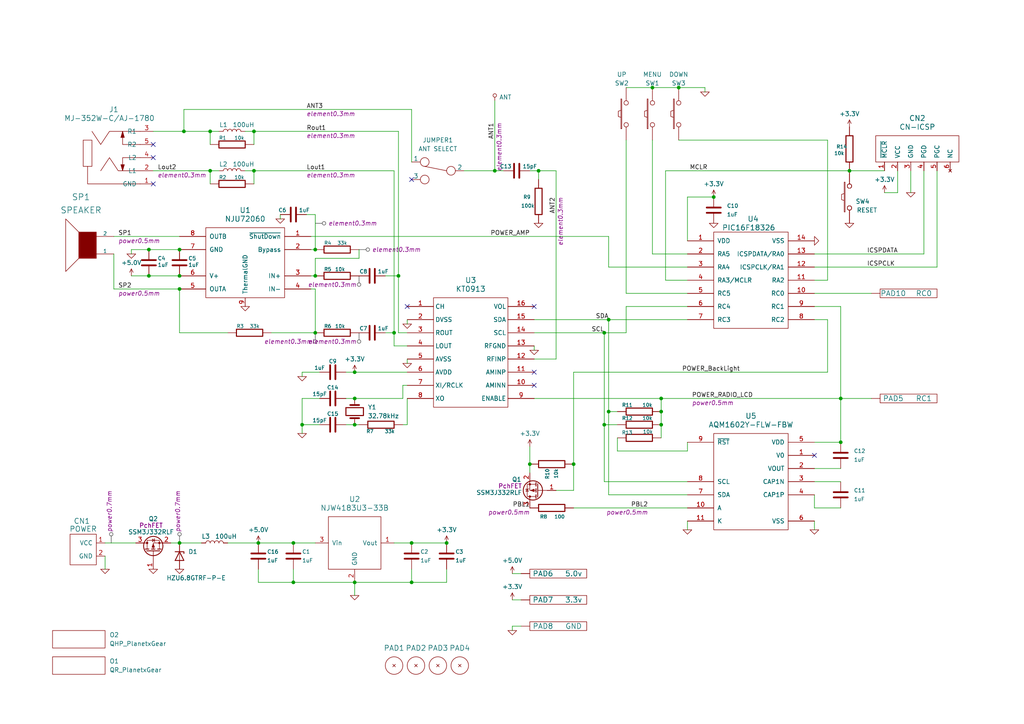
<source format=kicad_sch>
(kicad_sch (version 20230121) (generator eeschema)
  (paper "A4")
  (title_block (title "KT0913_Digital_Radio") (date "2023-10-22") (rev "0.1"))
  (lib_symbols
    (symbol "my_lib:+3.3V" (power) (pin_names (offset 0))
      (property "Value" "+3.3V" (at 0 2.794 0))
      (symbol "+3.3V_0_0"
        (pin power_in line (at 0 0 180) (length 0) hide (name "+3.3V") (number "1"))
      )
    )
    (symbol "my_lib:+5.0V" (power) (pin_names (offset 0))
      (property "Value" "+5.0V" (at 0 2.794 0))
      (symbol "+5.0V_0_0"
        (pin power_in line (at 0 0 180) (length 0) hide (name "+5.0V") (number "1"))
      )
    )
    (symbol "my_lib:ANT" (pin_names (offset 0))
      (property "Value" "ANT" (at 6.35 6.985 0))
      (symbol "ANT_1_0"
        (pin passive line (at 0 0 180) (length 0) hide (name "ANT") (number "1"))
      )
    )
    (symbol "my_lib:C" (pin_numbers hide) (pin_names (offset 0.254))
      (property "Reference" "C" (at 0 2.54 0))
      (property "Value" "C" (at 0.1524 -2.159 0))
      (symbol "C_1_1"
        (pin passive line (at 0 3.81 270) (length 3.048) (name "~") (number "1"))
        (pin passive line (at 0 -3.81 90) (length 3.048) (name "~") (number "2"))
      )
    )
    (symbol "my_lib:CN-1" (pin_numbers hide) (pin_names (offset 1.016) hide)
      (property "Reference" "PAD" (at -24.13 0 0))
      (property "Value" "CN-1" (at -19.05 0 0))
      (symbol "CN-1_1_1"
        (pin passive line (at 0 0 180) (length 2.54) (name "P") (number "1"))
      )
    )
    (symbol "my_lib:CN-ICSP" (pin_names (offset 1.016))
      (property "Reference" "CN" (at -3.81 11.43 0))
      (property "Value" "CN-ICSP" (at -3.81 -15.24 0))
      (symbol "CN-ICSP_1_1"
        (pin passive line (at 2.54 7.62 180) (length 2.54) (name "~{MCLR}") (number "1"))
        (pin power_in line (at 2.54 3.81 180) (length 2.54) (name "VCC") (number "2"))
        (pin power_in line (at 2.54 0 180) (length 2.54) (name "GND") (number "3"))
        (pin passive line (at 2.54 -3.81 180) (length 2.54) (name "PGD") (number "4"))
        (pin passive line (at 2.54 -7.62 180) (length 2.54) (name "PGC") (number "5"))
        (pin no_connect line (at 2.54 -11.43 180) (length 2.54) (name "NC") (number "6"))
      )
    )
    (symbol "my_lib:CN-POWER" (pin_names (offset 1.016))
      (property "Reference" "CN" (at -3.81 3.81 0))
      (property "Value" "CN-POWER" (at -3.81 -7.62 0))
      (symbol "CN-POWER_1_1"
        (pin power_out line (at 2.54 0 180) (length 2.54) (name "VCC") (number "1"))
        (pin power_out line (at 2.54 -3.81 180) (length 2.54) (name "GND") (number "2"))
      )
    )
    (symbol "my_lib:Crystal" (pin_numbers hide) (pin_names (offset 1.016) hide)
      (property "Reference" "Y" (at 0 3.81 0))
      (property "Value" "Crystal" (at 0 -3.81 0))
      (symbol "Crystal_1_1"
        (pin passive line (at -3.81 0 0) (length 1.27) (name "1") (number "1"))
        (pin passive line (at 3.81 0 180) (length 1.27) (name "2") (number "2"))
      )
    )
    (symbol "my_lib:D_Zener" (pin_numbers hide) (pin_names (offset 1.016) hide)
      (property "Reference" "D" (at 0 2.54 0))
      (property "Value" "D_Zener" (at 0 -2.54 0))
      (symbol "D_Zener_1_1"
        (pin passive line (at -3.81 0 0) (length 2.54) (name "K") (number "1"))
        (pin passive line (at 3.81 0 180) (length 2.54) (name "A") (number "2"))
      )
    )
    (symbol "my_lib:GND" (power) (pin_names (offset 0))
      (symbol "GND_1_1"
        (pin power_in line (at 0 0 90) (length 0) hide (name "GND") (number "1"))
      )
    )
    (symbol "my_lib:Jack_EarPhone" (pin_names (offset 1.016))
      (property "Reference" "J" (at 0 16.51 0))
      (property "Value" "Jack_EarPhone" (at 0 13.97 0))
      (symbol "Jack_EarPhone_1_1"
        (pin passive line (at 11.43 7.62 180) (length 3.81) (name "GND") (number "1"))
        (pin passive line (at 11.43 3.81 180) (length 3.81) (name "L1") (number "2"))
        (pin passive line (at 11.43 -7.62 180) (length 3.81) (name "R1") (number "3"))
        (pin passive line (at 11.43 0 180) (length 3.81) (name "L2") (number "4"))
        (pin passive line (at 11.43 -3.81 180) (length 3.81) (name "R2") (number "5"))
      )
    )
    (symbol "my_lib:KT0913"
      (property "Reference" "U" (at 0 15.24 0))
      (property "Value" "KT0913" (at 0 12.7 0))
      (symbol "KT0913_1_1"
        (pin passive line (at -19.05 11.43 0) (length 7.62) (name "CH") (number "1"))
        (pin passive line (at 17.78 -11.43 180) (length 7.62) (name "AMINN") (number "10"))
        (pin passive line (at 17.78 -7.62 180) (length 7.62) (name "AMINP") (number "11"))
        (pin passive line (at 17.78 -3.81 180) (length 7.62) (name "RFINP") (number "12"))
        (pin passive line (at 17.78 0 180) (length 7.62) (name "RFGND") (number "13"))
        (pin bidirectional line (at 17.78 3.81 180) (length 7.62) (name "SCL") (number "14"))
        (pin bidirectional line (at 17.78 7.62 180) (length 7.62) (name "SDA") (number "15"))
        (pin passive line (at 17.78 11.43 180) (length 7.62) (name "VOL") (number "16"))
        (pin power_in line (at -19.05 7.62 0) (length 7.62) (name "DVSS") (number "2"))
        (pin output line (at -19.05 3.81 0) (length 7.62) (name "ROUT") (number "3"))
        (pin output line (at -19.05 0 0) (length 7.62) (name "LOUT") (number "4"))
        (pin power_in line (at -19.05 -3.81 0) (length 7.62) (name "AVSS") (number "5"))
        (pin power_in line (at -19.05 -7.62 0) (length 7.62) (name "AVDD") (number "6"))
        (pin passive line (at -19.05 -11.43 0) (length 7.62) (name "XI/RCLK") (number "7"))
        (pin passive line (at -19.05 -15.24 0) (length 7.62) (name "XO") (number "8"))
        (pin passive line (at 17.78 -15.24 180) (length 7.62) (name "ENABLE") (number "9"))
      )
    )
    (symbol "my_lib:L" (pin_numbers hide) (pin_names (offset 1.016) hide)
      (property "Reference" "L" (at -1.27 0 90))
      (property "Value" "L" (at 1.905 0 90))
      (symbol "L_1_1"
        (pin passive line (at 0 3.81 270) (length 1.27) (name "1") (number "1"))
        (pin passive line (at 0 -3.81 90) (length 1.27) (name "2") (number "2"))
      )
    )
    (symbol "my_lib:LCD_I2C_AQM1602Y-FLW-FBW" (pin_names (offset 1.016))
      (property "Reference" "U" (at -1.27 15.24 0))
      (property "Value" "AQM1602Y-FLW-FBW" (at 0 -16.51 0))
      (symbol "LCD_I2C_AQM1602Y-FLW-FBW_1_1"
        (pin power_in line (at 17.78 7.62 180) (length 7.62) (name "V0") (number "1"))
        (pin input line (at -19.05 -7.62 0) (length 7.62) (name "A") (number "10"))
        (pin input line (at -19.05 -11.43 0) (length 7.62) (name "K") (number "11"))
        (pin output line (at 17.78 3.81 180) (length 7.62) (name "VOUT") (number "2"))
        (pin passive line (at 17.78 0 180) (length 7.62) (name "CAP1N") (number "3"))
        (pin passive line (at 17.78 -3.81 180) (length 7.62) (name "CAP1P") (number "4"))
        (pin power_in line (at 17.78 11.43 180) (length 7.62) (name "VDD") (number "5"))
        (pin power_in line (at 17.78 -11.43 180) (length 7.62) (name "VSS") (number "6"))
        (pin bidirectional line (at -19.05 -3.81 0) (length 7.62) (name "SDA") (number "7"))
        (pin bidirectional line (at -19.05 0 0) (length 7.62) (name "SCL") (number "8"))
        (pin input line (at -19.05 11.43 0) (length 7.62) (name "~{RST}") (number "9"))
      )
      (symbol "LCD_I2C_AQM1602Y-FLW-FBW_1_2"
        (pin bidirectional line (at -19.05 11.43 0) (length 7.62) (name "SDA") (number "1"))
        (pin input line (at 17.78 0 180) (length 7.62) (name "VSS") (number "11"))
        (pin power_in line (at 17.78 11.43 180) (length 7.62) (name "VDD") (number "14"))
        (pin bidirectional line (at -19.05 7.62 0) (length 7.62) (name "SCL") (number "2"))
        (pin output line (at -19.05 -3.81 0) (length 7.62) (name "VOUT") (number "5"))
        (pin passive line (at -19.05 -7.62 0) (length 7.62) (name "CAP-1N") (number "6"))
        (pin passive line (at -19.05 -11.43 0) (length 7.62) (name "CAP+1P") (number "7"))
        (pin input line (at 17.78 -11.43 180) (length 7.62) (name "~{RST}") (number "8"))
        (pin input line (at -19.05 0 0) (length 5.08) (name "NC") (number "9"))
      )
    )
    (symbol "my_lib:NJU72060" (pin_names (offset 1.016))
      (property "Reference" "U" (at 0 13.97 0))
      (property "Value" "NJU72060" (at 0 11.43 0))
      (symbol "NJU72060_1_1"
        (pin passive line (at -19.05 7.62 0) (length 7.62) (name "~{ShutDown}") (number "1"))
        (pin passive line (at -19.05 3.81 0) (length 7.62) (name "Bypass") (number "2"))
        (pin input line (at -19.05 -3.81 0) (length 7.62) (name "IN+") (number "3"))
        (pin input line (at -19.05 -7.62 0) (length 7.62) (name "IN-") (number "4"))
        (pin output line (at 19.05 -7.62 180) (length 7.62) (name "OUTA") (number "5"))
        (pin power_in line (at 19.05 -3.81 180) (length 7.62) (name "V+") (number "6"))
        (pin power_in line (at 19.05 3.81 180) (length 7.62) (name "GND") (number "7"))
        (pin output line (at 19.05 7.62 180) (length 7.62) (name "OUTB") (number "8"))
        (pin power_in line (at 0 -12.7 90) (length 2.54) (name "ThermalGND") (number "9"))
      )
      (symbol "NJU72060_1_2"
        (pin power_in line (at -19.05 12.7 0) (length 7.62) (name "VDD") (number "1"))
        (pin bidirectional line (at -19.05 5.08 0) (length 7.62) (name "RA5") (number "2"))
        (pin bidirectional line (at -19.05 -5.08 0) (length 7.62) (name "RA4") (number "3"))
        (pin bidirectional line (at -19.05 -12.7 0) (length 7.62) (name "RA3/MCLR/Vpp") (number "4"))
        (pin bidirectional line (at 17.78 -12.7 180) (length 7.62) (name "RA2") (number "5"))
        (pin bidirectional line (at 17.78 -5.08 180) (length 7.62) (name "ICSPCLK/RA1") (number "6"))
        (pin bidirectional line (at 17.78 5.08 180) (length 7.62) (name "ICSPDAT/RA0") (number "7"))
        (pin power_in line (at 17.78 12.7 180) (length 7.62) (name "VSS") (number "8"))
      )
    )
    (symbol "my_lib:NJW4183U3-33B" (pin_names (offset 1.016))
      (property "Reference" "U" (at 0 11.43 0))
      (property "Value" "NJW4183U3-33B" (at 0 8.89 0))
      (symbol "NJW4183U3-33B_1_1"
        (pin power_out line (at 11.43 0 180) (length 3.81) (name "Vout") (number "1"))
        (pin power_in line (at 0 -11.43 90) (length 3.81) (name "GND") (number "2"))
        (pin power_in line (at -11.43 0 0) (length 3.81) (name "Vin") (number "3"))
      )
    )
    (symbol "my_lib:PAD" (pin_numbers hide) (pin_names (offset 1.016) hide)
      (property "Reference" "PAD" (at 0 3.81 0))
      (symbol "PAD_1_1"
        (pin no_connect line (at 0 0 180) (length 0) (name "~") (number "1"))
      )
    )
    (symbol "my_lib:PIC16F18326" (pin_names (offset 1.016))
      (property "Reference" "U" (at -1.27 15.24 0))
      (property "Value" "PIC16F18326" (at 0 -16.51 0))
      (symbol "PIC16F18326_1_1"
        (pin power_in line (at -19.05 11.43 0) (length 7.62) (name "VDD") (number "1"))
        (pin bidirectional line (at 17.78 -3.81 180) (length 7.62) (name "RC0") (number "10"))
        (pin bidirectional line (at 17.78 0 180) (length 7.62) (name "RA2") (number "11"))
        (pin bidirectional line (at 17.78 3.81 180) (length 7.62) (name "ICSPCLK/RA1") (number "12"))
        (pin bidirectional line (at 17.78 7.62 180) (length 7.62) (name "ICSPDATA/RA0") (number "13"))
        (pin power_in line (at 17.78 11.43 180) (length 7.62) (name "VSS") (number "14"))
        (pin bidirectional line (at -19.05 7.62 0) (length 7.62) (name "RA5") (number "2"))
        (pin bidirectional line (at -19.05 3.81 0) (length 7.62) (name "RA4") (number "3"))
        (pin bidirectional line (at -19.05 0 0) (length 7.62) (name "RA3/MCLR") (number "4"))
        (pin bidirectional line (at -19.05 -3.81 0) (length 7.62) (name "RC5") (number "5"))
        (pin bidirectional line (at -19.05 -7.62 0) (length 7.62) (name "RC4") (number "6"))
        (pin bidirectional line (at -19.05 -11.43 0) (length 7.62) (name "RC3") (number "7"))
        (pin bidirectional line (at 17.78 -11.43 180) (length 7.62) (name "RC2") (number "8"))
        (pin bidirectional line (at 17.78 -7.62 180) (length 7.62) (name "RC1") (number "9"))
      )
      (symbol "PIC16F18326_1_2"
        (pin power_in line (at -19.05 11.43 0) (length 7.62) (name "VDD") (number "1"))
        (pin bidirectional line (at 17.78 -3.81 180) (length 7.62) (name "RC0") (number "10"))
        (pin bidirectional line (at 17.78 0 180) (length 7.62) (name "RA2") (number "11"))
        (pin bidirectional line (at 17.78 3.81 180) (length 7.62) (name "ICSPCLK/RA1") (number "12"))
        (pin bidirectional line (at 17.78 7.62 180) (length 7.62) (name "ICSPDATA/RA0") (number "13"))
        (pin power_in line (at 17.78 11.43 180) (length 7.62) (name "VSS") (number "14"))
        (pin bidirectional line (at -19.05 7.62 0) (length 7.62) (name "RA5") (number "2"))
        (pin bidirectional line (at -19.05 3.81 0) (length 7.62) (name "RA4") (number "3"))
        (pin bidirectional line (at -19.05 0 0) (length 7.62) (name "RA3/MCLR") (number "4"))
        (pin bidirectional line (at -19.05 -3.81 0) (length 7.62) (name "RC5") (number "5"))
        (pin bidirectional line (at -19.05 -7.62 0) (length 7.62) (name "RC4") (number "6"))
        (pin bidirectional line (at -19.05 -11.43 0) (length 7.62) (name "RC3") (number "7"))
        (pin bidirectional line (at 17.78 -11.43 180) (length 7.62) (name "RC2") (number "8"))
        (pin bidirectional line (at 17.78 -7.62 180) (length 7.62) (name "RC1") (number "9"))
      )
    )
    (symbol "my_lib:QHP_PlanetxGear" (pin_names (offset 1.016))
      (property "Reference" "O" (at 0 1.27 0))
      (property "Value" "QHP_PlanetxGear" (at 0 -1.27 0))
    )
    (symbol "my_lib:QR_PlanetxGear" (pin_names (offset 1.016))
      (property "Reference" "O" (at 0 1.27 0))
      (property "Value" "QR_PlanetxGear" (at 0 -1.27 0))
    )
    (symbol "my_lib:Q_PMOS_GSD_2" (pin_names (offset 0) hide)
      (property "Reference" "Q" (at 5.08 1.27 0))
      (property "Value" "Q_PMOS_GSD" (at 5.08 -1.27 0))
      (symbol "Q_PMOS_GSD_2_1_1"
        (pin input line (at -5.08 0 0) (length 2.54) (name "G") (number "1"))
        (pin passive line (at 2.54 -5.08 90) (length 2.54) (name "S") (number "2"))
        (pin passive line (at 2.54 5.08 270) (length 2.54) (name "D") (number "3"))
      )
    )
    (symbol "my_lib:R" (pin_numbers hide) (pin_names (offset 0))
      (property "Reference" "R" (at -2.54 0 90))
      (property "Value" "R" (at 0 0 90))
      (symbol "R_1_1"
        (pin passive line (at 0 -6.35 90) (length 2.54) (name "~") (number "1"))
        (pin passive line (at 0 6.35 270) (length 2.54) (name "~") (number "2"))
      )
    )
    (symbol "my_lib:SPEAKER" (pin_numbers hide) (pin_names (offset 0))
      (property "Reference" "SP" (at -2.54 6.35 0))
      (property "Value" "SPEAKER" (at -2.54 -6.35 0))
      (symbol "SPEAKER_1_1"
        (pin passive line (at -7.62 2.54 0) (length 5.08) (name "1") (number "1"))
        (pin passive line (at -7.62 -2.54 0) (length 5.08) (name "2") (number "2"))
      )
    )
    (symbol "my_lib:SWITCH_INV_small2" (pin_numbers hide) (pin_names (offset 0))
      (property "Reference" "SW" (at -5.08 3.81 0))
      (property "Value" "SWITCH_INV" (at -3.81 -3.81 0))
      (symbol "SWITCH_INV_small2_1_1"
        (pin passive line (at 7.62 2.54 180) (length 2.54) (name "1") (number "1"))
        (pin passive line (at -7.62 0 0) (length 2.54) (name "2") (number "2"))
        (pin passive line (at 7.62 -2.54 180) (length 2.54) (name "3") (number "3"))
      )
    )
    (symbol "my_lib:SW_PUSH" (pin_numbers hide) (pin_names (offset 1.016) hide)
      (property "Reference" "SW" (at 3.81 2.794 0))
      (property "Value" "SW_PUSH" (at 0 -2.032 0))
      (symbol "SW_PUSH_0_1"
        (pin passive inverted (at -7.62 0 0) (length 5.08) (name "1") (number "1"))
        (pin passive inverted (at 7.62 0 180) (length 5.08) (name "2") (number "2"))
      )
    )
  )
  (junction (at 43.18 72.39))
  (junction (at 196.85 25.4))
  (junction (at 102.87 168.91))
  (junction (at 73.66 49.53))
  (junction (at 176.53 119.38))
  (junction (at 114.3 96.52))
  (junction (at 243.84 128.27))
  (junction (at 153.67 134.62))
  (junction (at 175.26 123.19))
  (junction (at 85.09 157.48))
  (junction (at 73.66 38.1))
  (junction (at 156.21 49.53))
  (junction (at 91.44 80.01))
  (junction (at 60.96 38.1))
  (junction (at 191.77 119.38))
  (junction (at 52.07 83.82))
  (junction (at 119.38 157.48))
  (junction (at 129.54 157.48))
  (junction (at 53.34 38.1))
  (junction (at 176.53 92.71))
  (junction (at 191.77 123.19))
  (junction (at 43.18 80.01))
  (junction (at 143.51 49.53))
  (junction (at 102.87 107.95))
  (junction (at 60.96 49.53))
  (junction (at 207.01 57.15))
  (junction (at 91.44 96.52))
  (junction (at 52.07 157.48))
  (junction (at 74.93 157.48))
  (junction (at 189.23 25.4))
  (junction (at 87.63 123.19))
  (junction (at 52.07 80.01))
  (junction (at 246.38 49.53))
  (junction (at 52.07 72.39))
  (junction (at 91.44 72.39))
  (junction (at 243.84 115.57))
  (junction (at 175.26 96.52))
  (junction (at 119.38 168.91))
  (junction (at 102.87 123.19))
  (junction (at 191.77 115.57))
  (junction (at 166.37 134.62))
  (junction (at 102.87 115.57))
  (junction (at 85.09 168.91))
  (junction (at 115.57 80.01))
  (no_connect (at 44.45 53.34))
  (no_connect (at 119.38 52.07))
  (no_connect (at 154.94 88.9))
  (no_connect (at 44.45 45.72))
  (no_connect (at 118.11 88.9))
  (no_connect (at 154.94 107.95))
  (no_connect (at 44.45 41.91))
  (no_connect (at 236.22 132.08))
  (no_connect (at 154.94 111.76))
  (wire (pts (xy 60.96 38.1) (xy 63.5 38.1)))
  (wire (pts (xy 74.93 157.48) (xy 85.09 157.48)))
  (wire (pts (xy 181.61 40.64) (xy 181.61 85.09)))
  (wire (pts (xy 102.87 107.95) (xy 118.11 107.95)))
  (wire (pts (xy 154.94 92.71) (xy 176.53 92.71)))
  (wire (pts (xy 116.84 123.19) (xy 118.11 123.19)))
  (wire (pts (xy 236.22 73.66) (xy 267.97 73.66)))
  (wire (pts (xy 236.22 139.7) (xy 243.84 139.7)))
  (wire (pts (xy 240.03 92.71) (xy 240.03 107.95)))
  (wire (pts (xy 38.1 73.66) (xy 38.1 72.39)))
  (wire (pts (xy 85.09 165.1) (xy 85.09 168.91)))
  (wire (pts (xy 196.85 25.4) (xy 204.47 25.4)))
  (wire (pts (xy 111.76 80.01) (xy 115.57 80.01)))
  (wire (pts (xy 153.67 49.53) (xy 156.21 49.53)))
  (wire (pts (xy 119.38 157.48) (xy 129.54 157.48)))
  (wire (pts (xy 116.84 111.76) (xy 118.11 111.76)))
  (wire (pts (xy 74.93 168.91) (xy 85.09 168.91)))
  (wire (pts (xy 166.37 107.95) (xy 166.37 134.62)))
  (wire (pts (xy 53.34 31.75) (xy 53.34 38.1)))
  (wire (pts (xy 260.35 49.53) (xy 260.35 55.88)))
  (wire (pts (xy 271.78 49.53) (xy 271.78 77.47)))
  (wire (pts (xy 236.22 128.27) (xy 243.84 128.27)))
  (wire (pts (xy 114.3 96.52) (xy 114.3 100.33)))
  (wire (pts (xy 176.53 92.71) (xy 176.53 119.38)))
  (wire (pts (xy 161.29 142.24) (xy 166.37 142.24)))
  (wire (pts (xy 156.21 49.53) (xy 156.21 52.07)))
  (wire (pts (xy 236.22 77.47) (xy 271.78 77.47)))
  (wire (pts (xy 73.66 49.53) (xy 73.66 53.34)))
  (wire (pts (xy 175.26 139.7) (xy 199.39 139.7)))
  (wire (pts (xy 153.67 129.54) (xy 153.67 134.62)))
  (wire (pts (xy 193.04 81.28) (xy 199.39 81.28)))
  (wire (pts (xy 118.11 104.14) (xy 118.11 105.41)))
  (wire (pts (xy 176.53 143.51) (xy 199.39 143.51)))
  (wire (pts (xy 236.22 135.89) (xy 243.84 135.89)))
  (wire (pts (xy 87.63 109.22) (xy 87.63 107.95)))
  (wire (pts (xy 243.84 88.9) (xy 243.84 115.57)))
  (wire (pts (xy 88.9 62.23) (xy 91.44 62.23)))
  (wire (pts (xy 176.53 119.38) (xy 179.07 119.38)))
  (wire (pts (xy 154.94 115.57) (xy 191.77 115.57)))
  (wire (pts (xy 151.13 181.61) (xy 148.59 181.61)))
  (wire (pts (xy 66.04 96.52) (xy 52.07 96.52)))
  (wire (pts (xy 111.76 96.52) (xy 114.3 96.52)))
  (wire (pts (xy 38.1 72.39) (xy 43.18 72.39)))
  (wire (pts (xy 134.62 49.53) (xy 143.51 49.53)))
  (wire (pts (xy 100.33 123.19) (xy 102.87 123.19)))
  (wire (pts (xy 179.07 130.81) (xy 179.07 127)))
  (wire (pts (xy 189.23 25.4) (xy 196.85 25.4)))
  (wire (pts (xy 53.34 38.1) (xy 60.96 38.1)))
  (wire (pts (xy 73.66 49.53) (xy 114.3 49.53)))
  (wire (pts (xy 87.63 123.19) (xy 92.71 123.19)))
  (wire (pts (xy 148.59 173.99) (xy 151.13 173.99)))
  (wire (pts (xy 90.17 80.01) (xy 91.44 80.01)))
  (wire (pts (xy 116.84 111.76) (xy 116.84 115.57)))
  (wire (pts (xy 204.47 25.4) (xy 204.47 26.67)))
  (wire (pts (xy 236.22 151.13) (xy 236.22 153.67)))
  (wire (pts (xy 71.12 49.53) (xy 73.66 49.53)))
  (wire (pts (xy 176.53 92.71) (xy 199.39 92.71)))
  (wire (pts (xy 52.07 157.48) (xy 58.42 157.48)))
  (wire (pts (xy 161.29 104.14) (xy 154.94 104.14)))
  (wire (pts (xy 175.26 123.19) (xy 175.26 139.7)))
  (wire (pts (xy 102.87 168.91) (xy 119.38 168.91)))
  (wire (pts (xy 119.38 31.75) (xy 53.34 31.75)))
  (wire (pts (xy 60.96 53.34) (xy 60.96 49.53)))
  (wire (pts (xy 115.57 96.52) (xy 118.11 96.52)))
  (wire (pts (xy 114.3 49.53) (xy 114.3 96.52)))
  (wire (pts (xy 246.38 49.53) (xy 256.54 49.53)))
  (wire (pts (xy 33.02 73.66) (xy 33.02 83.82)))
  (wire (pts (xy 91.44 74.93) (xy 91.44 80.01)))
  (wire (pts (xy 175.26 123.19) (xy 179.07 123.19)))
  (wire (pts (xy 191.77 115.57) (xy 191.77 119.38)))
  (wire (pts (xy 199.39 130.81) (xy 179.07 130.81)))
  (wire (pts (xy 73.66 38.1) (xy 115.57 38.1)))
  (wire (pts (xy 87.63 107.95) (xy 92.71 107.95)))
  (wire (pts (xy 199.39 151.13) (xy 199.39 153.67)))
  (wire (pts (xy 236.22 85.09) (xy 252.73 85.09)))
  (wire (pts (xy 92.71 115.57) (xy 87.63 115.57)))
  (wire (pts (xy 49.53 157.48) (xy 52.07 157.48)))
  (wire (pts (xy 74.93 165.1) (xy 74.93 168.91)))
  (wire (pts (xy 260.35 55.88) (xy 256.54 55.88)))
  (wire (pts (xy 38.1 80.01) (xy 43.18 80.01)))
  (wire (pts (xy 102.87 123.19) (xy 104.14 123.19)))
  (wire (pts (xy 176.53 68.58) (xy 176.53 77.47)))
  (wire (pts (xy 166.37 107.95) (xy 240.03 107.95)))
  (wire (pts (xy 100.33 115.57) (xy 102.87 115.57)))
  (wire (pts (xy 114.3 100.33) (xy 118.11 100.33)))
  (wire (pts (xy 243.84 115.57) (xy 243.84 128.27)))
  (wire (pts (xy 199.39 69.85) (xy 199.39 57.15)))
  (wire (pts (xy 236.22 92.71) (xy 240.03 92.71)))
  (wire (pts (xy 154.94 96.52) (xy 175.26 96.52)))
  (wire (pts (xy 267.97 49.53) (xy 267.97 73.66)))
  (wire (pts (xy 264.16 49.53) (xy 264.16 55.88)))
  (wire (pts (xy 43.18 72.39) (xy 52.07 72.39)))
  (wire (pts (xy 71.12 38.1) (xy 73.66 38.1)))
  (wire (pts (xy 193.04 49.53) (xy 193.04 81.28)))
  (wire (pts (xy 115.57 80.01) (xy 115.57 96.52)))
  (wire (pts (xy 90.17 83.82) (xy 91.44 83.82)))
  (wire (pts (xy 115.57 38.1) (xy 115.57 80.01)))
  (wire (pts (xy 148.59 181.61) (xy 148.59 182.88)))
  (wire (pts (xy 119.38 168.91) (xy 129.54 168.91)))
  (wire (pts (xy 119.38 168.91) (xy 119.38 165.1)))
  (wire (pts (xy 161.29 49.53) (xy 161.29 104.14)))
  (wire (pts (xy 166.37 142.24) (xy 166.37 134.62)))
  (wire (pts (xy 43.18 80.01) (xy 52.07 80.01)))
  (wire (pts (xy 87.63 115.57) (xy 87.63 123.19)))
  (wire (pts (xy 66.04 157.48) (xy 74.93 157.48)))
  (wire (pts (xy 181.61 88.9) (xy 199.39 88.9)))
  (wire (pts (xy 153.67 134.62) (xy 153.67 137.16)))
  (wire (pts (xy 44.45 38.1) (xy 53.34 38.1)))
  (wire (pts (xy 33.02 68.58) (xy 52.07 68.58)))
  (wire (pts (xy 85.09 157.48) (xy 91.44 157.48)))
  (wire (pts (xy 30.48 161.29) (xy 30.48 165.1)))
  (wire (pts (xy 100.33 107.95) (xy 102.87 107.95)))
  (wire (pts (xy 102.87 168.91) (xy 102.87 172.72)))
  (wire (pts (xy 91.44 74.93) (xy 104.14 74.93)))
  (wire (pts (xy 175.26 96.52) (xy 175.26 123.19)))
  (wire (pts (xy 240.03 81.28) (xy 236.22 81.28)))
  (wire (pts (xy 193.04 49.53) (xy 246.38 49.53)))
  (wire (pts (xy 119.38 46.99) (xy 119.38 31.75)))
  (wire (pts (xy 85.09 168.91) (xy 102.87 168.91)))
  (wire (pts (xy 199.39 57.15) (xy 207.01 57.15)))
  (wire (pts (xy 102.87 115.57) (xy 116.84 115.57)))
  (wire (pts (xy 90.17 72.39) (xy 91.44 72.39)))
  (wire (pts (xy 143.51 49.53) (xy 146.05 49.53)))
  (wire (pts (xy 73.66 38.1) (xy 73.66 41.91)))
  (wire (pts (xy 91.44 72.39) (xy 91.44 62.23)))
  (wire (pts (xy 181.61 25.4) (xy 189.23 25.4)))
  (wire (pts (xy 87.63 123.19) (xy 87.63 125.73)))
  (wire (pts (xy 191.77 123.19) (xy 191.77 127)))
  (wire (pts (xy 118.11 92.71) (xy 118.11 93.98)))
  (wire (pts (xy 156.21 49.53) (xy 161.29 49.53)))
  (wire (pts (xy 176.53 119.38) (xy 176.53 143.51)))
  (wire (pts (xy 236.22 147.32) (xy 243.84 147.32)))
  (wire (pts (xy 191.77 115.57) (xy 243.84 115.57)))
  (wire (pts (xy 154.94 100.33) (xy 154.94 101.6)))
  (wire (pts (xy 129.54 165.1) (xy 129.54 168.91)))
  (wire (pts (xy 114.3 157.48) (xy 119.38 157.48)))
  (wire (pts (xy 148.59 166.37) (xy 151.13 166.37)))
  (wire (pts (xy 196.85 40.64) (xy 240.03 40.64)))
  (wire (pts (xy 236.22 143.51) (xy 236.22 147.32)))
  (wire (pts (xy 176.53 77.47) (xy 199.39 77.47)))
  (wire (pts (xy 52.07 83.82) (xy 52.07 96.52)))
  (wire (pts (xy 143.51 29.21) (xy 143.51 49.53)))
  (wire (pts (xy 243.84 115.57) (xy 252.73 115.57)))
  (wire (pts (xy 91.44 83.82) (xy 91.44 96.52)))
  (wire (pts (xy 104.14 74.93) (xy 104.14 72.39)))
  (wire (pts (xy 118.11 115.57) (xy 118.11 123.19)))
  (wire (pts (xy 60.96 49.53) (xy 63.5 49.53)))
  (wire (pts (xy 81.28 62.23) (xy 81.28 63.5)))
  (wire (pts (xy 78.74 96.52) (xy 91.44 96.52)))
  (wire (pts (xy 44.45 49.53) (xy 60.96 49.53)))
  (wire (pts (xy 166.37 147.32) (xy 199.39 147.32)))
  (wire (pts (xy 33.02 83.82) (xy 52.07 83.82)))
  (wire (pts (xy 175.26 96.52) (xy 181.61 96.52)))
  (wire (pts (xy 240.03 40.64) (xy 240.03 81.28)))
  (wire (pts (xy 90.17 68.58) (xy 176.53 68.58)))
  (wire (pts (xy 181.61 85.09) (xy 199.39 85.09)))
  (wire (pts (xy 236.22 88.9) (xy 243.84 88.9)))
  (wire (pts (xy 181.61 96.52) (xy 181.61 88.9)))
  (wire (pts (xy 189.23 40.64) (xy 189.23 73.66)))
  (wire (pts (xy 199.39 128.27) (xy 199.39 130.81)))
  (wire (pts (xy 189.23 73.66) (xy 199.39 73.66)))
  (wire (pts (xy 191.77 119.38) (xy 191.77 123.19)))
  (wire (pts (xy 30.48 157.48) (xy 39.37 157.48)))
  (wire (pts (xy 60.96 38.1) (xy 60.96 41.91)))
  (label "ANT1" (at 143.51 35.56 270) (property "Netclass" "element0.3mm" (at 144.78 35.56 90) (effects (font italic) (justify right))))
  (label "Lout2" (at 45.72 49.53 0) (property "Netclass" "element0.3mm" (at 45.72 50.8 0) (effects (font italic) (justify left))))
  (label "PBL1" (at 153.67 147.32 180) (property "Netclass" "power0.5mm" (at 153.67 148.59 0) (effects (font italic) (justify right))))
  (label "Lout1" (at 88.9 49.53 0) (property "Netclass" "element0.3mm" (at 88.9 50.8 0) (effects (font italic) (justify left))))
  (label "PBL2" (at 187.96 147.32 180) (property "Netclass" "power0.5mm" (at 187.96 148.59 0) (effects (font italic) (justify right))))
  (label "ICSPDATA" (at 251.46 73.66 0))
  (label "SCL" (at 175.26 96.52 180))
  (label "SP1" (at 34.29 68.58 0) (property "Netclass" "power0.5mm" (at 34.29 69.85 0) (effects (font italic) (justify left))))
  (label "Rout1" (at 88.9 38.1 0) (property "Netclass" "element0.3mm" (at 88.9 39.37 0) (effects (font italic) (justify left))))
  (label "ANT3" (at 88.9 31.75 0) (property "Netclass" "element0.3mm" (at 88.9 33.02 0) (effects (font italic) (justify left))))
  (label "POWER_AMP" (at 142.24 68.58 0))
  (label "POWER_BackLight" (at 214.63 107.95 180))
  (label "ANT2" (at 161.29 57.15 270) (property "Netclass" "element0.3mm" (at 162.56 57.15 90) (effects (font italic) (justify right))))
  (label "SP2" (at 34.29 83.82 0) (property "Netclass" "power0.5mm" (at 34.29 85.09 0) (effects (font italic) (justify left))))
  (label "SDA" (at 176.53 92.71 180))
  (label "POWER_RADIO_LCD" (at 200.66 115.57 0) (property "Netclass" "power0.5mm" (at 200.66 116.84 0) (effects (font italic) (justify left))))
  (label "ICSPCLK" (at 251.46 77.47 0))
  (label "MCLR" (at 200.025 49.53 0))
  (netclass_flag "" (length 2.54) (shape round) (at 91.44 96.52 180) (property "Netclass" "element0.3mm" (at 90.7415 99.06 0) (effects (font italic) (justify right))))
  (netclass_flag "" (length 2.54) (shape round) (at 91.44 64.77 270) (property "Netclass" "element0.3mm" (at 95.25 64.77 0) (effects (font italic) (justify left))))
  (netclass_flag "" (length 2.54) (shape round) (at 32.258 157.48 0) (property "Netclass" "power0.7mm" (at 31.75 142.24 90) (effects (font italic) (justify right))))
  (netclass_flag "" (length 2.54) (shape round) (at 104.14 96.52 180) (property "Netclass" "element0.3mm" (at 103.4415 99.06 0) (effects (font italic) (justify right))))
  (netclass_flag "" (length 2.54) (shape round) (at 104.14 80.01 180) (property "Netclass" "element0.3mm" (at 103.4415 82.55 0) (effects (font italic) (justify right))))
  (netclass_flag "" (length 2.54) (shape round) (at 104.14 72.39 270) (property "Netclass" "element0.3mm" (at 107.95 72.39 0) (effects (font italic) (justify left))))
  (netclass_flag "" (length 2.54) (shape round) (at 52.07 157.48 0) (property "Netclass" "power0.7mm" (at 51.562 142.24 90) (effects (font italic) (justify right))))
  (symbol (lib_id "my_lib:NJU72060") (at 71.12 76.2 0) (mirror y) (unit 1)
    (property "Reference" "U1" (at 71.12 60.96 0) (effects (font (size 1.524 1.524))))
    (property "Value" "NJU72060" (at 71.12 63.5 0) (effects (font (size 1.524 1.524))))
    (property "Footprint" "lib:SOP-8_6x5mm_P1.27mm_EP3.0x4.4mm_ThermalVias" (effects hide))
  )
  (symbol (lib_id "my_lib:D_Zener") (at 52.07 161.29 270) (unit 1)
    (property "Reference" "D1" (at 54.61 160.02 90) (effects (justify left)))
    (property "Value" "HZU6.8GTRF-P-E" (at 48.26 167.64 90) (effects (justify left)))
    (property "Footprint" "lib:SC-76A" (effects hide))
  )
  (symbol (lib_id "my_lib:L") (at 67.31 49.53 90) (unit 1)
    (property "Reference" "L2" (at 64.77 47.625 90))
    (property "Value" "100uH" (at 70.612 47.625 90))
    (property "Footprint" "lib:L4_MU9mm" (effects hide))
  )
  (symbol (lib_id "my_lib:QR_PlanetxGear") (at 22.86 193.04 0) (unit 1)
    (property "Reference" "O1" (at 31.75 191.77 0) (effects (justify left)))
    (property "Value" "QR_PlanetxGear" (at 31.75 194.31 0) (effects (justify left)))
    (property "Footprint" "lib:QR_PlanetxGear" (effects hide))
  )
  (symbol (lib_id "my_lib:R") (at 160.02 147.32 90) (mirror x) (unit 1)
    (property "Reference" "R8" (at 158.75 149.86 90) (effects (font (size 1.016 1.016)) (justify left)))
    (property "Value" "100" (at 163.83 149.86 90) (effects (font (size 1.016 1.016)) (justify left)))
    (property "Footprint" "lib:R4_MU8mm" (effects hide))
  )
  (symbol (lib_id "my_lib:GND") (at 199.39 153.67 0) (unit 1)
    (property "Reference" "#PWR021" (effects hide))
    (property "Value" "GND" (effects hide))
  )
  (symbol (lib_id "my_lib:CN-1") (at 252.73 85.09 0) (mirror y) (unit 1)
    (property "Reference" "PAD10" (at 259.08 85.09 0) (effects (font (size 1.524 1.524))))
    (property "Value" "RC0" (at 267.97 85.09 0) (effects (font (size 1.524 1.524))))
    (property "Footprint" "lib:PAD1mmX2m" (effects hide))
  )
  (symbol (lib_id "my_lib:SW_PUSH") (at 189.23 33.02 90) (unit 1)
    (property "Reference" "SW1" (at 189.23 24.13 90))
    (property "Value" "MENU" (at 189.23 21.59 90))
    (property "Footprint" "lib:SW_PUSH-6mm_AK" (effects hide))
  )
  (symbol (lib_id "my_lib:SW_PUSH") (at 181.61 33.02 90) (unit 1)
    (property "Reference" "SW2" (at 180.34 24.13 90))
    (property "Value" "UP" (at 180.34 21.59 90))
    (property "Footprint" "lib:SW_PUSH-6mm_AK" (effects hide))
  )
  (symbol (lib_id "my_lib:C") (at 85.09 161.29 0) (unit 1)
    (property "Reference" "C1" (at 87.63 160.02 0) (effects (font (size 1.0922 1.0922)) (justify left)))
    (property "Value" "1uF" (at 87.63 162.56 0) (effects (font (size 1.0922 1.0922)) (justify left)))
    (property "Footprint" "lib:SMD_0603_1608_MU_HandSolder" (effects hide))
  )
  (symbol (lib_id "my_lib:PAD") (at 120.65 193.04 0) (unit 1)
    (property "Reference" "PAD2" (at 120.65 187.96 0) (effects (font (size 1.524 1.524))))
    (property "Value" "PAD" (effects hide))
    (property "Footprint" "lib:PAD3mmX5mm" (effects hide))
  )
  (symbol (lib_id "my_lib:C") (at 243.84 143.51 0) (unit 1)
    (property "Reference" "C11" (at 247.65 142.2399 0) (effects (font (size 1.0922 1.0922)) (justify left)))
    (property "Value" "1uF" (at 247.65 144.7799 0) (effects (font (size 1.0922 1.0922)) (justify left)))
    (property "Footprint" "lib:SMD_0603_1608_MU_HandSolder" (effects hide))
  )
  (symbol (lib_id "my_lib:C") (at 43.18 76.2 0) (unit 1)
    (property "Reference" "C4" (at 45.72 74.93 0) (effects (font (size 1.0922 1.0922)) (justify left)))
    (property "Value" "1uF" (at 45.72 76.835 0) (effects (font (size 1.0922 1.0922)) (justify left)))
    (property "Footprint" "lib:SMD_0603_1608_MU_HandSolder" (effects hide))
  )
  (symbol (lib_id "my_lib:Crystal") (at 102.87 119.38 90) (unit 1)
    (property "Reference" "Y1" (at 106.68 118.11 90) (effects (justify right)))
    (property "Value" "32.78kHz" (at 106.68 120.65 90) (effects (justify right)))
    (property "Footprint" "lib:X_TAL_VT200" (effects hide))
  )
  (symbol (lib_id "my_lib:R") (at 67.31 41.91 270) (unit 1)
    (property "Reference" "R1" (at 63.5 40.005 90) (effects (font (size 1.016 1.016)) (justify left)))
    (property "Value" "10k" (at 67.945 40.005 90) (effects (font (size 1.016 1.016)) (justify left)))
    (property "Footprint" "lib:SMD_0603_1608_MU_HandSolder" (effects hide))
  )
  (symbol (lib_id "my_lib:+3.3V") (at 207.01 57.15 0) (unit 1)
    (property "Reference" "#PWR019" (effects hide))
    (property "Value" "+3.3V" (at 207.01 53.34 0))
  )
  (symbol (lib_id "my_lib:C") (at 107.95 96.52 270) (mirror x) (unit 1)
    (property "Reference" "C7" (at 105.41 95.25 90) (effects (font (size 1.0922 1.0922))))
    (property "Value" "1uF" (at 111.125 95.25 90) (effects (font (size 1.0922 1.0922))))
    (property "Footprint" "lib:SMD_0603_1608_MU_HandSolder" (effects hide))
  )
  (symbol (lib_id "my_lib:R") (at 185.42 119.38 90) (unit 1)
    (property "Reference" "R11" (at 183.515 117.475 90) (effects (font (size 1.016 1.016)) (justify left)))
    (property "Value" "10k" (at 189.23 117.475 90) (effects (font (size 1.016 1.016)) (justify left)))
    (property "Footprint" "lib:SMD_0603_1608_MU_HandSolder" (effects hide))
  )
  (symbol (lib_id "my_lib:C") (at 74.93 161.29 0) (unit 1)
    (property "Reference" "C16" (at 77.47 160.02 0) (effects (font (size 1.0922 1.0922)) (justify left)))
    (property "Value" "1uF" (at 77.47 162.56 0) (effects (font (size 1.0922 1.0922)) (justify left)))
    (property "Footprint" "lib:SMD_0603_1608_MU_HandSolder" (effects hide))
  )
  (symbol (lib_id "my_lib:C") (at 207.01 60.96 0) (unit 1)
    (property "Reference" "C10" (at 210.82 59.6899 0) (effects (font (size 1.0922 1.0922)) (justify left)))
    (property "Value" "1uF" (at 210.82 62.2299 0) (effects (font (size 1.0922 1.0922)) (justify left)))
    (property "Footprint" "lib:SMD_0603_1608_MU_HandSolder" (effects hide))
  )
  (symbol (lib_id "my_lib:C") (at 96.52 115.57 90) (unit 1)
    (property "Reference" "C14" (at 96.52 112.395 90) (effects (font (size 1.0922 1.0922))))
    (property "Value" "15pF" (at 92.71 114.3 90) (effects (font (size 1.0922 1.0922))))
    (property "Footprint" "lib:C2_MU5mm" (effects hide))
  )
  (symbol (lib_id "my_lib:GND") (at 118.11 105.41 0) (unit 1)
    (property "Reference" "#PWR012" (effects hide))
    (property "Value" "GND" (effects hide))
  )
  (symbol (lib_id "my_lib:+3.3V") (at 102.87 107.95 0) (unit 1)
    (property "Reference" "#PWR010" (effects hide))
    (property "Value" "+3.3V" (at 102.87 104.14 0))
  )
  (symbol (lib_id "my_lib:GND") (at 71.12 88.9 0) (unit 1)
    (property "Reference" "#PWR03" (effects hide))
    (property "Value" "GND" (effects hide))
  )
  (symbol (lib_id "my_lib:+3.3V") (at 153.67 129.54 0) (unit 1)
    (property "Reference" "#PWR016" (effects hide))
    (property "Value" "+3.3V" (at 153.67 125.73 0))
  )
  (symbol (lib_id "my_lib:LCD_I2C_AQM1602Y-FLW-FBW") (at 218.44 139.7 0) (unit 1)
    (property "Reference" "U5" (at 217.805 120.65 0) (effects (font (size 1.524 1.524))))
    (property "Value" "AQM1602Y-FLW-FBW" (at 217.805 123.19 0) (effects (font (size 1.524 1.524))))
    (property "Footprint" "lib:LCD_AQM1602Y-FLW-FBW" (effects hide))
  )
  (symbol (lib_id "my_lib:C") (at 52.07 76.2 0) (unit 1)
    (property "Reference" "C5" (at 54.61 74.93 0) (effects (font (size 1.0922 1.0922)) (justify left)))
    (property "Value" "1uF" (at 54.61 76.835 0) (effects (font (size 1.0922 1.0922)) (justify left)))
    (property "Footprint" "lib:SMD_0603_1608_MU_HandSolder" (effects hide))
  )
  (symbol (lib_id "my_lib:QHP_PlanetxGear") (at 22.86 185.42 0) (unit 1)
    (property "Reference" "O2" (at 31.75 184.15 0) (effects (justify left)))
    (property "Value" "QHP_PlanetxGear" (at 31.75 186.69 0) (effects (justify left)))
    (property "Footprint" "lib:QHP_PlanetxGear" (effects hide))
  )
  (symbol (lib_id "my_lib:GND") (at 44.45 165.1 0) (unit 1)
    (property "Reference" "#PWR030" (effects hide))
    (property "Value" "GND" (effects hide))
  )
  (symbol (lib_id "my_lib:Q_PMOS_GSD_2") (at 156.21 142.24 180) (unit 1)
    (property "Reference" "Q1" (at 149.86 139.065 0))
    (property "Value" "SSM3J332RLF" (at 144.78 142.875 0))
    (property "Footprint" "lib:SOT-23-3_MU_Handsoldering" (effects hide))
    (property "フィールド4" "PchFET" (at 147.955 140.97 0))
  )
  (symbol (lib_id "my_lib:L") (at 67.31 38.1 90) (unit 1)
    (property "Reference" "L1" (at 66.04 36.195 90) (effects (justify left)))
    (property "Value" "100uH" (at 73.787 36.195 90) (effects (justify left)))
    (property "Footprint" "lib:L4_MU9mm" (effects hide))
  )
  (symbol (lib_id "my_lib:CN-1") (at 151.13 166.37 0) (mirror y) (unit 1)
    (property "Reference" "PAD6" (at 157.48 166.37 0) (effects (font (size 1.524 1.524))))
    (property "Value" "5.0v" (at 166.37 166.37 0) (effects (font (size 1.524 1.524))))
    (property "Footprint" "lib:PAD1mmX2m" (effects hide))
  )
  (symbol (lib_id "my_lib:GND") (at 246.38 64.77 0) (unit 1)
    (property "Reference" "#PWR025" (effects hide))
    (property "Value" "GND" (effects hide))
  )
  (symbol (lib_id "my_lib:NJW4183U3-33B") (at 102.87 157.48 0) (unit 1)
    (property "Reference" "U2" (at 102.87 144.78 0) (effects (font (size 1.524 1.524))))
    (property "Value" "NJW4183U3-33B" (at 102.87 147.32 0) (effects (font (size 1.524 1.524))))
    (property "Footprint" "lib:SOT-89-3_MU_Handsoldering" (effects hide))
  )
  (symbol (lib_id "my_lib:R") (at 67.31 53.34 270) (unit 1)
    (property "Reference" "R2" (at 63.5 51.435 90) (effects (font (size 1.016 1.016)) (justify left)))
    (property "Value" "10k" (at 67.945 51.435 90) (effects (font (size 1.016 1.016)) (justify left)))
    (property "Footprint" "lib:SMD_0603_1608_MU_HandSolder" (effects hide))
  )
  (symbol (lib_id "my_lib:R") (at 160.02 134.62 90) (mirror x) (unit 1)
    (property "Reference" "R10" (at 158.75 135.89 0) (effects (font (size 1.016 1.016)) (justify left)))
    (property "Value" "10k" (at 161.29 135.89 0) (effects (font (size 1.016 1.016)) (justify left)))
    (property "Footprint" "lib:SMD_0603_1608_MU_HandSolder" (effects hide))
  )
  (symbol (lib_id "my_lib:SPEAKER") (at 25.4 71.12 180) (unit 1)
    (property "Reference" "SP1" (at 23.495 57.15 0) (effects (font (size 1.778 1.778))))
    (property "Value" "SPEAKER" (at 23.495 60.96 0) (effects (font (size 1.778 1.778))))
    (property "Footprint" "lib:TERMINAL_2P" (effects hide))
  )
  (symbol (lib_id "my_lib:PAD") (at 127 193.04 0) (unit 1)
    (property "Reference" "PAD3" (at 127 187.96 0) (effects (font (size 1.524 1.524))))
    (property "Value" "PAD" (effects hide))
    (property "Footprint" "lib:PAD3mmX5mm" (effects hide))
  )
  (symbol (lib_id "my_lib:C") (at 96.52 107.95 90) (unit 1)
    (property "Reference" "C9" (at 96.52 104.775 90) (effects (font (size 1.0922 1.0922))))
    (property "Value" "1uF" (at 92.71 106.68 90) (effects (font (size 1.0922 1.0922))))
    (property "Footprint" "lib:SMD_0603_1608_MU_HandSolder" (effects hide))
  )
  (symbol (lib_id "my_lib:GND") (at 236.22 153.67 0) (unit 1)
    (property "Reference" "#PWR022" (effects hide))
    (property "Value" "GND" (effects hide))
  )
  (symbol (lib_id "my_lib:C") (at 96.52 123.19 90) (unit 1)
    (property "Reference" "C15" (at 96.52 120.015 90) (effects (font (size 1.0922 1.0922))))
    (property "Value" "15pF" (at 92.71 121.92 90) (effects (font (size 1.0922 1.0922))))
    (property "Footprint" "lib:C2_MU5mm" (effects hide))
  )
  (symbol (lib_id "my_lib:GND") (at 204.47 26.67 0) (unit 1)
    (property "Reference" "#PWR028" (effects hide))
    (property "Value" "GND" (effects hide))
  )
  (symbol (lib_id "my_lib:R") (at 97.79 72.39 270) (unit 1)
    (property "Reference" "R4" (at 93.98 70.485 90) (effects (font (size 1.016 1.016)) (justify left)))
    (property "Value" "33k" (at 97.79 70.485 90) (effects (font (size 1.016 1.016)) (justify left)))
    (property "Footprint" "lib:R4_MU8mm" (effects hide))
  )
  (symbol (lib_id "my_lib:GND") (at 118.11 93.98 0) (unit 1)
    (property "Reference" "#PWR011" (effects hide))
    (property "Value" "GND" (effects hide))
  )
  (symbol (lib_id "my_lib:+5.0V") (at 38.1 80.01 0) (unit 1)
    (property "Reference" "#PWR032" (effects hide))
    (property "Value" "+5.0V" (at 38.1 76.2 0))
  )
  (symbol (lib_id "my_lib:GND") (at 236.22 69.85 90) (unit 1)
    (property "Reference" "#PWR023" (effects hide))
    (property "Value" "GND" (effects hide))
  )
  (symbol (lib_id "my_lib:+3.3V") (at 246.38 36.83 0) (unit 1)
    (property "Reference" "#PWR024" (effects hide))
    (property "Value" "+3.3V" (at 246.38 33.02 0))
  )
  (symbol (lib_id "my_lib:PAD") (at 133.35 193.04 0) (unit 1)
    (property "Reference" "PAD4" (at 133.35 187.96 0) (effects (font (size 1.524 1.524))))
    (property "Value" "PAD" (effects hide))
    (property "Footprint" "lib:PAD3mmX5mm" (effects hide))
  )
  (symbol (lib_id "my_lib:GND") (at 264.16 55.88 0) (unit 1)
    (property "Reference" "#PWR027" (effects hide))
    (property "Value" "GND" (effects hide))
  )
  (symbol (lib_id "my_lib:GND") (at 102.87 172.72 0) (unit 1)
    (property "Reference" "#PWR05" (effects hide))
    (property "Value" "GND" (effects hide))
  )
  (symbol (lib_id "my_lib:Jack_EarPhone") (at 33.02 45.72 0) (mirror x) (unit 1)
    (property "Reference" "J1" (at 33.02 31.75 0) (effects (font (size 1.524 1.524))))
    (property "Value" "MJ-352W-C/AJ-1780\n" (at 31.75 34.29 0) (effects (font (size 1.524 1.524))))
    (property "Footprint" "lib:JACK_EarPhone_MJ-352W-C_R" (effects hide))
  )
  (symbol (lib_id "my_lib:C") (at 243.84 132.08 0) (unit 1)
    (property "Reference" "C12" (at 247.65 130.8099 0) (effects (font (size 1.0922 1.0922)) (justify left)))
    (property "Value" "1uF" (at 247.65 133.3499 0) (effects (font (size 1.0922 1.0922)) (justify left)))
    (property "Footprint" "lib:SMD_0603_1608_MU_HandSolder" (effects hide))
  )
  (symbol (lib_id "my_lib:+3.3V") (at 129.54 157.48 0) (unit 1)
    (property "Reference" "#PWR09" (effects hide))
    (property "Value" "+3.3V" (at 129.54 153.67 0))
  )
  (symbol (lib_id "my_lib:+5.0V") (at 74.93 157.48 0) (unit 1)
    (property "Reference" "#PWR04" (effects hide))
    (property "Value" "+5.0V" (at 74.93 153.67 0))
  )
  (symbol (lib_id "my_lib:PAD") (at 114.3 193.04 0) (unit 1)
    (property "Reference" "PAD1" (at 114.3 187.96 0) (effects (font (size 1.524 1.524))))
    (property "Value" "PAD" (effects hide))
    (property "Footprint" "lib:PAD3mmX5mm" (effects hide))
  )
  (symbol (lib_id "my_lib:GND") (at 87.63 125.73 0) (unit 1)
    (property "Reference" "#PWR08" (effects hide))
    (property "Value" "GND" (effects hide))
  )
  (symbol (lib_id "my_lib:+5.0V") (at 148.59 166.37 0) (unit 1)
    (property "Reference" "#PWR013" (effects hide))
    (property "Value" "+5.0V" (at 148.59 162.56 0))
  )
  (symbol (lib_id "my_lib:SW_PUSH") (at 246.38 57.15 90) (mirror x) (unit 1)
    (property "Reference" "SW4" (at 250.19 58.42 90))
    (property "Value" "RESET" (at 251.46 60.96 90))
    (property "Footprint" "lib:SW_PUSH_TVAF06-A020B-R" (effects hide))
  )
  (symbol (lib_id "my_lib:SWITCH_INV_small2") (at 127 49.53 0) (mirror y) (unit 1)
    (property "Reference" "JUMPER1" (at 127 40.64 0))
    (property "Value" "ANT SELECT" (at 127 43.18 0))
    (property "Footprint" "lib:JUMPER1-3" (effects hide))
  )
  (symbol (lib_id "my_lib:GND") (at 30.48 165.1 0) (unit 1)
    (property "Reference" "#PWR01" (effects hide))
    (property "Value" "GND" (effects hide))
  )
  (symbol (lib_id "my_lib:Q_PMOS_GSD_2") (at 44.45 160.02 90) (unit 1)
    (property "Reference" "Q2" (at 44.45 150.495 90))
    (property "Value" "SSM3J332RLF" (at 43.815 154.305 90))
    (property "Footprint" "lib:SOT-23-3_MU_Handsoldering" (effects hide))
    (property "フィールド4" "PchFET" (at 43.815 152.4 90))
  )
  (symbol (lib_id "my_lib:KT0913") (at 137.16 100.33 0) (unit 1)
    (property "Reference" "U3" (at 136.525 81.28 0) (effects (font (size 1.524 1.524))))
    (property "Value" "KT0913" (at 136.525 83.82 0) (effects (font (size 1.524 1.524))))
    (property "Footprint" "lib:SSOP-16_MU_3.9x4.9mm_P0.635mm" (effects hide))
  )
  (symbol (lib_id "my_lib:PIC16F18326") (at 218.44 81.28 0) (unit 1)
    (property "Reference" "U4" (at 218.44 63.5 0) (effects (font (size 1.524 1.524))))
    (property "Value" "PIC16F18326" (at 217.17 66.04 0) (effects (font (size 1.524 1.524))))
    (property "Footprint" "lib:DIP-14_300_MU" (effects hide))
  )
  (symbol (lib_id "my_lib:CN-1") (at 151.13 181.61 0) (mirror y) (unit 1)
    (property "Reference" "PAD8" (at 157.48 181.61 0) (effects (font (size 1.524 1.524))))
    (property "Value" "GND" (at 166.37 181.61 0) (effects (font (size 1.524 1.524))))
    (property "Footprint" "lib:PAD1mmX2m" (effects hide))
  )
  (symbol (lib_id "my_lib:C") (at 107.95 80.01 270) (mirror x) (unit 1)
    (property "Reference" "C8" (at 105.41 78.74 90) (effects (font (size 1.0922 1.0922))))
    (property "Value" "1uF" (at 111.125 78.74 90) (effects (font (size 1.0922 1.0922))))
    (property "Footprint" "lib:SMD_0603_1608_MU_HandSolder" (effects hide))
  )
  (symbol (lib_id "my_lib:ANT") (at 143.51 29.21 0) (unit 1)
    (property "Reference" "ANT1" (effects hide))
    (property "Value" "ANT" (at 144.78 28.194 0) (effects (justify left)))
    (property "Footprint" "lib:PAD1mmX2m" (effects hide))
  )
  (symbol (lib_id "my_lib:R") (at 110.49 123.19 90) (unit 1)
    (property "Reference" "R7" (at 107.315 125.095 90) (effects (font (size 1.016 1.016))))
    (property "Value" "33k" (at 113.03 125.095 90) (effects (font (size 1.016 1.016))))
    (property "Footprint" "lib:R4_MU8mm" (effects hide))
  )
  (symbol (lib_id "my_lib:GND") (at 207.01 64.77 0) (unit 1)
    (property "Reference" "#PWR020" (effects hide))
    (property "Value" "GND" (effects hide))
  )
  (symbol (lib_id "my_lib:GND") (at 81.28 63.5 0) (unit 1)
    (property "Reference" "#PWR06" (effects hide))
    (property "Value" "GND" (effects hide))
  )
  (symbol (lib_id "my_lib:GND") (at 38.1 73.66 0) (unit 1)
    (property "Reference" "#PWR02" (effects hide))
    (property "Value" "GND" (effects hide))
  )
  (symbol (lib_id "my_lib:R") (at 185.42 127 270) (mirror x) (unit 1)
    (property "Reference" "R13" (at 180.34 125.476 90) (effects (font (size 1.016 1.016)) (justify left)))
    (property "Value" "10k" (at 186.436 125.222 90) (effects (font (size 1.016 1.016)) (justify left)))
    (property "Footprint" "lib:SMD_0603_1608_MU_HandSolder" (effects hide))
  )
  (symbol (lib_id "my_lib:R") (at 156.21 58.42 0) (unit 1)
    (property "Reference" "R9" (at 151.765 57.15 0) (effects (font (size 1.016 1.016)) (justify left)))
    (property "Value" "100k" (at 151.13 59.69 0) (effects (font (size 1.016 1.016)) (justify left)))
    (property "Footprint" "lib:R4_MU8mm" (effects hide))
  )
  (symbol (lib_id "my_lib:CN-1") (at 252.73 115.57 0) (mirror y) (unit 1)
    (property "Reference" "PAD5" (at 259.08 115.57 0) (effects (font (size 1.524 1.524))))
    (property "Value" "RC1" (at 267.97 115.57 0) (effects (font (size 1.524 1.524))))
    (property "Footprint" "lib:PAD1mmX2m" (effects hide))
  )
  (symbol (lib_id "my_lib:R") (at 185.42 123.19 90) (unit 1)
    (property "Reference" "R12" (at 183.515 121.285 90) (effects (font (size 1.016 1.016)) (justify left)))
    (property "Value" "10k" (at 189.23 121.285 90) (effects (font (size 1.016 1.016)) (justify left)))
    (property "Footprint" "lib:SMD_0603_1608_MU_HandSolder" (effects hide))
  )
  (symbol (lib_id "my_lib:+3.3V") (at 256.54 55.88 0) (unit 1)
    (property "Reference" "#PWR026" (effects hide))
    (property "Value" "+3.3V" (at 256.54 52.07 0))
  )
  (symbol (lib_id "my_lib:C") (at 149.86 49.53 270) (mirror x) (unit 1)
    (property "Reference" "C13" (at 146.685 48.26 90) (effects (font (size 1.0922 1.0922))))
    (property "Value" "15pF" (at 153.67 48.26 90) (effects (font (size 1.0922 1.0922))))
    (property "Footprint" "lib:C2_MU5mm" (effects hide))
  )
  (symbol (lib_id "my_lib:GND") (at 148.59 182.88 0) (unit 1)
    (property "Reference" "#PWR015" (effects hide))
    (property "Value" "GND" (effects hide))
  )
  (symbol (lib_id "my_lib:+3.3V") (at 148.59 173.99 0) (unit 1)
    (property "Reference" "#PWR014" (effects hide))
    (property "Value" "+3.3V" (at 148.59 170.18 0))
  )
  (symbol (lib_id "my_lib:R") (at 97.79 96.52 270) (unit 1)
    (property "Reference" "R6" (at 93.98 94.615 90) (effects (font (size 1.016 1.016)) (justify left)))
    (property "Value" "10k" (at 97.155 94.615 90) (effects (font (size 1.016 1.016)) (justify left)))
    (property "Footprint" "lib:SMD_0603_1608_MU_HandSolder" (effects hide))
  )
  (symbol (lib_id "my_lib:CN-1") (at 151.13 173.99 0) (mirror y) (unit 1)
    (property "Reference" "PAD7" (at 157.48 173.99 0) (effects (font (size 1.524 1.524))))
    (property "Value" "3.3v" (at 166.37 173.99 0) (effects (font (size 1.524 1.524))))
    (property "Footprint" "lib:PAD1mmX2m" (effects hide))
  )
  (symbol (lib_id "my_lib:GND") (at 87.63 109.22 0) (unit 1)
    (property "Reference" "#PWR07" (effects hide))
    (property "Value" "GND" (effects hide))
  )
  (symbol (lib_id "my_lib:R") (at 97.79 80.01 270) (unit 1)
    (property "Reference" "R5" (at 93.98 78.105 90) (effects (font (size 1.016 1.016)) (justify left)))
    (property "Value" "10k" (at 97.155 78.105 90) (effects (font (size 1.016 1.016)) (justify left)))
    (property "Footprint" "lib:SMD_0603_1608_MU_HandSolder" (effects hide))
  )
  (symbol (lib_id "my_lib:C") (at 119.38 161.29 0) (unit 1)
    (property "Reference" "C2" (at 121.92 160.02 0) (effects (font (size 1.0922 1.0922)) (justify left)))
    (property "Value" "1uF" (at 121.92 162.56 0) (effects (font (size 1.0922 1.0922)) (justify left)))
    (property "Footprint" "lib:SMD_0603_1608_MU_HandSolder" (effects hide))
  )
  (symbol (lib_id "my_lib:SW_PUSH") (at 196.85 33.02 90) (unit 1)
    (property "Reference" "SW3" (at 196.85 24.13 90))
    (property "Value" "DOWN" (at 196.85 21.59 90))
    (property "Footprint" "lib:SW_PUSH-6mm_AK" (effects hide))
  )
  (symbol (lib_id "my_lib:R") (at 72.39 96.52 270) (unit 1)
    (property "Reference" "R3" (at 68.58 94.615 90) (effects (font (size 1.016 1.016)) (justify left)))
    (property "Value" "33k" (at 72.39 94.615 90) (effects (font (size 1.016 1.016)) (justify left)))
    (property "Footprint" "lib:R4_MU8mm" (effects hide))
  )
  (symbol (lib_id "my_lib:GND") (at 156.21 64.77 0) (unit 1)
    (property "Reference" "#PWR018" (effects hide))
    (property "Value" "GND" (effects hide))
  )
  (symbol (lib_id "my_lib:R") (at 246.38 43.18 0) (unit 1)
    (property "Reference" "R14" (at 242.57 42.545 0) (effects (font (size 1.016 1.016)) (justify left)))
    (property "Value" "10k" (at 241.935 44.45 0) (effects (font (size 1.016 1.016)) (justify left)))
    (property "Footprint" "lib:SMD_0603_1608_MU_HandSolder" (effects hide))
  )
  (symbol (lib_id "my_lib:GND") (at 52.07 165.1 0) (unit 1)
    (property "Reference" "#PWR031" (effects hide))
    (property "Value" "GND" (effects hide))
  )
  (symbol (lib_id "my_lib:C") (at 129.54 161.29 0) (unit 1)
    (property "Reference" "C3" (at 132.08 160.02 0) (effects (font (size 1.0922 1.0922)) (justify left)))
    (property "Value" "1uF" (at 132.08 162.56 0) (effects (font (size 1.0922 1.0922)) (justify left)))
    (property "Footprint" "lib:SMD_0603_1608_MU_HandSolder" (effects hide))
  )
  (symbol (lib_id "my_lib:CN-POWER") (at 27.94 157.48 0) (unit 1)
    (property "Reference" "CN1" (at 23.749 151.13 0) (effects (font (size 1.524 1.524))))
    (property "Value" "POWER" (at 24.13 153.416 0) (effects (font (size 1.524 1.524))))
    (property "Footprint" "lib:TERMINAL_2P_POWER" (effects hide))
  )
  (symbol (lib_id "my_lib:GND") (at 154.94 101.6 0) (unit 1)
    (property "Reference" "#PWR017" (effects hide))
    (property "Value" "GND" (effects hide))
  )
  (symbol (lib_id "my_lib:CN-ICSP") (at 264.16 46.99 90) (mirror x) (unit 1)
    (property "Reference" "CN2" (at 266.065 34.29 90) (effects (font (size 1.524 1.524))))
    (property "Value" "CN-ICSP" (at 266.065 36.83 90) (effects (font (size 1.524 1.524))))
    (property "Footprint" "lib:PINHEAD1-PICkit_ICSP_Tin" (effects hide))
  )
  (symbol (lib_id "my_lib:C") (at 85.09 62.23 270) (mirror x) (unit 1)
    (property "Reference" "C6" (at 81.915 60.96 90) (effects (font (size 1.0922 1.0922))))
    (property "Value" "1uF" (at 88.265 60.96 90) (effects (font (size 1.0922 1.0922))))
    (property "Footprint" "lib:SMD_0603_1608_MU_HandSolder" (effects hide))
  )
  (symbol (lib_id "my_lib:L") (at 62.23 157.48 90) (unit 1)
    (property "Reference" "L3" (at 59.69 155.575 90))
    (property "Value" "100uH" (at 65.532 155.575 90))
    (property "Footprint" "lib:L4_MU10mm" (effects hide))
  )
)
</source>
